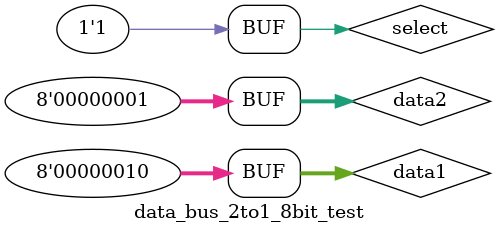
<source format=v>

module data_bus_2to1_8bit_test();
    reg [7:0] data1;
    reg [7:0] data2;
    reg select;
    wire [7:0] dataOut;
        
    data_bus_2to1_8bit uut(data1, data2, select, dataOut);
    
    initial begin
        data1 = 8'd1; data2 = 8'd2; select = 0; #250;
        data1 = 8'd1; data2 = 8'd2; select = 1; #250;
        data1 = 8'd2; data2 = 8'd1; select = 0; #250;
        data1 = 8'd2; data2 = 8'd1; select = 1; #250;
    end
endmodule

</source>
